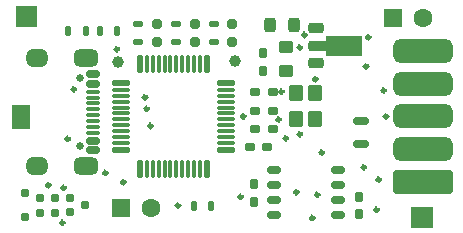
<source format=gts>
%TF.GenerationSoftware,KiCad,Pcbnew,7.0.5*%
%TF.CreationDate,2023-06-19T14:48:01+02:00*%
%TF.ProjectId,candleLightfd-S01,63616e64-6c65-44c6-9967-687466642d53,R01*%
%TF.SameCoordinates,Original*%
%TF.FileFunction,Soldermask,Top*%
%TF.FilePolarity,Negative*%
%FSLAX46Y46*%
G04 Gerber Fmt 4.6, Leading zero omitted, Abs format (unit mm)*
G04 Created by KiCad (PCBNEW 7.0.5) date 2023-06-19 14:48:01*
%MOMM*%
%LPD*%
G01*
G04 APERTURE LIST*
G04 Aperture macros list*
%AMRoundRect*
0 Rectangle with rounded corners*
0 $1 Rounding radius*
0 $2 $3 $4 $5 $6 $7 $8 $9 X,Y pos of 4 corners*
0 Add a 4 corners polygon primitive as box body*
4,1,4,$2,$3,$4,$5,$6,$7,$8,$9,$2,$3,0*
0 Add four circle primitives for the rounded corners*
1,1,$1+$1,$2,$3*
1,1,$1+$1,$4,$5*
1,1,$1+$1,$6,$7*
1,1,$1+$1,$8,$9*
0 Add four rect primitives between the rounded corners*
20,1,$1+$1,$2,$3,$4,$5,0*
20,1,$1+$1,$4,$5,$6,$7,0*
20,1,$1+$1,$6,$7,$8,$9,0*
20,1,$1+$1,$8,$9,$2,$3,0*%
G04 Aperture macros list end*
%ADD10C,0.300000*%
%ADD11C,0.100000*%
%ADD12C,0.787000*%
%ADD13RoundRect,0.125000X0.125000X0.325000X-0.125000X0.325000X-0.125000X-0.325000X0.125000X-0.325000X0*%
%ADD14RoundRect,0.187500X0.212500X0.187500X-0.212500X0.187500X-0.212500X-0.187500X0.212500X-0.187500X0*%
%ADD15RoundRect,0.187500X0.187500X-0.212500X0.187500X0.212500X-0.187500X0.212500X-0.187500X-0.212500X0*%
%ADD16RoundRect,0.125000X-0.125000X-0.325000X0.125000X-0.325000X0.125000X0.325000X-0.125000X0.325000X0*%
%ADD17RoundRect,0.187500X-0.212500X-0.187500X0.212500X-0.187500X0.212500X0.187500X-0.212500X0.187500X0*%
%ADD18RoundRect,0.199390X-0.199390X0.199390X-0.199390X-0.199390X0.199390X-0.199390X0.199390X0.199390X0*%
%ADD19RoundRect,0.250000X0.250000X0.375000X-0.250000X0.375000X-0.250000X-0.375000X0.250000X-0.375000X0*%
%ADD20RoundRect,0.225000X-0.425000X-0.225000X0.425000X-0.225000X0.425000X0.225000X-0.425000X0.225000X0*%
%ADD21RoundRect,0.225000X-0.775000X-0.225000X0.775000X-0.225000X0.775000X0.225000X-0.775000X0.225000X0*%
%ADD22RoundRect,0.225000X-1.337500X-0.641500X1.337500X-0.641500X1.337500X0.641500X-1.337500X0.641500X0*%
%ADD23RoundRect,0.125000X0.625000X0.125000X-0.625000X0.125000X-0.625000X-0.125000X0.625000X-0.125000X0*%
%ADD24RoundRect,0.070000X0.680000X0.070000X-0.680000X0.070000X-0.680000X-0.070000X0.680000X-0.070000X0*%
%ADD25RoundRect,0.125000X-0.125000X0.625000X-0.125000X-0.625000X0.125000X-0.625000X0.125000X0.625000X0*%
%ADD26RoundRect,0.070000X-0.070000X0.680000X-0.070000X-0.680000X0.070000X-0.680000X0.070000X0.680000X0*%
%ADD27RoundRect,0.125000X-0.625000X-0.125000X0.625000X-0.125000X0.625000X0.125000X-0.625000X0.125000X0*%
%ADD28RoundRect,0.070000X-0.680000X-0.070000X0.680000X-0.070000X0.680000X0.070000X-0.680000X0.070000X0*%
%ADD29RoundRect,0.125000X0.125000X-0.625000X0.125000X0.625000X-0.125000X0.625000X-0.125000X-0.625000X0*%
%ADD30RoundRect,0.070000X0.070000X-0.680000X0.070000X0.680000X-0.070000X0.680000X-0.070000X-0.680000X0*%
%ADD31RoundRect,0.499500X-0.550500X0.250500X-0.550500X-0.250500X0.550500X-0.250500X0.550500X0.250500X0*%
%ADD32RoundRect,0.499500X-0.400500X0.250500X-0.400500X-0.250500X0.400500X-0.250500X0.400500X0.250500X0*%
%ADD33C,0.650000*%
%ADD34RoundRect,0.150000X-0.425000X0.150000X-0.425000X-0.150000X0.425000X-0.150000X0.425000X0.150000X0*%
%ADD35RoundRect,0.075000X-0.500000X0.075000X-0.500000X-0.075000X0.500000X-0.075000X0.500000X0.075000X0*%
%ADD36O,2.100000X1.000000*%
%ADD37O,1.800000X1.000000*%
%ADD38RoundRect,0.200000X-2.300000X0.800000X-2.300000X-0.800000X2.300000X-0.800000X2.300000X0.800000X0*%
%ADD39RoundRect,0.500000X-2.000000X0.500000X-2.000000X-0.500000X2.000000X-0.500000X2.000000X0.500000X0*%
%ADD40C,1.000000*%
%ADD41RoundRect,0.115000X-0.460000X0.585000X-0.460000X-0.585000X0.460000X-0.585000X0.460000X0.585000X0*%
%ADD42RoundRect,0.125000X-0.325000X0.125000X-0.325000X-0.125000X0.325000X-0.125000X0.325000X0.125000X0*%
%ADD43RoundRect,0.150000X-0.420000X-0.150000X0.420000X-0.150000X0.420000X0.150000X-0.420000X0.150000X0*%
%ADD44R,1.600000X1.600000*%
%ADD45C,1.600000*%
%ADD46RoundRect,0.250000X0.375000X-0.250000X0.375000X0.250000X-0.375000X0.250000X-0.375000X-0.250000X0*%
%ADD47RoundRect,0.175000X-0.475000X0.175000X-0.475000X-0.175000X0.475000X-0.175000X0.475000X0.175000X0*%
G04 APERTURE END LIST*
D10*
X124050000Y-130250000D02*
G75*
G03*
X124050000Y-130250000I-150000J0D01*
G01*
X125850000Y-131500000D02*
G75*
G03*
X125850000Y-131500000I-150000J0D01*
G01*
X110900500Y-135569301D02*
G75*
G03*
X110900500Y-135569301I-150000J0D01*
G01*
X131250000Y-134300000D02*
G75*
G03*
X131250000Y-134300000I-150000J0D01*
G01*
X132525500Y-135337701D02*
G75*
G03*
X132525500Y-135337701I-150000J0D01*
G01*
X124300000Y-127900000D02*
G75*
G03*
X124300000Y-127900000I-150000J0D01*
G01*
X121067241Y-129992643D02*
G75*
G03*
X121067241Y-129992643I-150000J0D01*
G01*
X112900000Y-129350000D02*
G75*
G03*
X112900000Y-129350000I-150000J0D01*
G01*
X125850000Y-124150000D02*
G75*
G03*
X125850000Y-124150000I-150000J0D01*
G01*
X106700000Y-127700500D02*
G75*
G03*
X106700000Y-127700500I-150000J0D01*
G01*
X113200000Y-130800000D02*
G75*
G03*
X113200000Y-130800000I-150000J0D01*
G01*
X104550000Y-135824500D02*
G75*
G03*
X104550000Y-135824500I-150000J0D01*
G01*
X132350000Y-137900000D02*
G75*
G03*
X132350000Y-137900000I-150000J0D01*
G01*
X132950000Y-127800000D02*
G75*
G03*
X132950000Y-127800000I-150000J0D01*
G01*
X124650000Y-131850000D02*
G75*
G03*
X124650000Y-131850000I-150000J0D01*
G01*
X115550000Y-137550000D02*
G75*
G03*
X115550000Y-137550000I-150000J0D01*
G01*
X120850000Y-136800000D02*
G75*
G03*
X120850000Y-136800000I-150000J0D01*
G01*
X126250000Y-123100000D02*
G75*
G03*
X126250000Y-123100000I-150000J0D01*
G01*
X126900000Y-138600000D02*
G75*
G03*
X126900000Y-138600000I-150000J0D01*
G01*
X127150000Y-126850000D02*
G75*
G03*
X127150000Y-126850000I-150000J0D01*
G01*
X131450000Y-125750000D02*
G75*
G03*
X131450000Y-125750000I-150000J0D01*
G01*
X106200000Y-131900000D02*
G75*
G03*
X106200000Y-131900000I-150000J0D01*
G01*
X112744115Y-128362729D02*
G75*
G03*
X112744115Y-128362729I-150000J0D01*
G01*
X133150500Y-130000000D02*
G75*
G03*
X133150500Y-130000000I-150000J0D01*
G01*
X127705074Y-133055074D02*
G75*
G03*
X127705074Y-133055074I-150000J0D01*
G01*
X125550000Y-136400000D02*
G75*
G03*
X125550000Y-136400000I-150000J0D01*
G01*
X127325500Y-136625500D02*
G75*
G03*
X127325500Y-136625500I-150000J0D01*
G01*
X105750000Y-139000000D02*
G75*
G03*
X105750000Y-139000000I-150000J0D01*
G01*
X110350000Y-124300000D02*
G75*
G03*
X110350000Y-124300000I-150000J0D01*
G01*
X131650000Y-123300000D02*
G75*
G03*
X131650000Y-123300000I-150000J0D01*
G01*
X105866784Y-136040375D02*
G75*
G03*
X105866784Y-136040375I-150000J0D01*
G01*
X109375500Y-134775500D02*
G75*
G03*
X109375500Y-134775500I-150000J0D01*
G01*
%TO.C,NB2*%
D11*
X102800000Y-130950000D02*
X101300000Y-130950000D01*
X101300000Y-129050000D01*
X102800000Y-129050000D01*
X102800000Y-130950000D01*
G36*
X102800000Y-130950000D02*
G01*
X101300000Y-130950000D01*
X101300000Y-129050000D01*
X102800000Y-129050000D01*
X102800000Y-130950000D01*
G37*
%TO.C,NB4*%
X103350000Y-122350000D02*
X101650000Y-122350000D01*
X101650000Y-120650000D01*
X103350000Y-120650000D01*
X103350000Y-122350000D01*
G36*
X103350000Y-122350000D02*
G01*
X101650000Y-122350000D01*
X101650000Y-120650000D01*
X103350000Y-120650000D01*
X103350000Y-122350000D01*
G37*
%TO.C,NB3*%
X136850000Y-139350000D02*
X135150000Y-139350000D01*
X135150000Y-137650000D01*
X136850000Y-137650000D01*
X136850000Y-139350000D01*
G36*
X136850000Y-139350000D02*
G01*
X135150000Y-139350000D01*
X135150000Y-137650000D01*
X136850000Y-137650000D01*
X136850000Y-139350000D01*
G37*
%TD*%
D12*
%TO.C,X3*%
X107540000Y-137500000D03*
X102460000Y-138516000D03*
X102460000Y-136484000D03*
X106270000Y-136865000D03*
X106270000Y-138134000D03*
X105000000Y-136865000D03*
X105000000Y-138135000D03*
X103730000Y-136865000D03*
X103730000Y-138135000D03*
%TD*%
D13*
%TO.C,R2*%
X110250000Y-122800000D03*
X108750000Y-122800000D03*
%TD*%
D14*
%TO.C,C2*%
X123400000Y-127900000D03*
X121900000Y-127900000D03*
%TD*%
D15*
%TO.C,C8*%
X130750000Y-138300000D03*
X130750000Y-136800000D03*
%TD*%
D16*
%TO.C,R1*%
X106100000Y-122800000D03*
X107600000Y-122800000D03*
%TD*%
D17*
%TO.C,C4*%
X121450000Y-132600000D03*
X122950000Y-132600000D03*
%TD*%
D18*
%TO.C,D1*%
X116800000Y-122200700D03*
X116800000Y-123699300D03*
%TD*%
D13*
%TO.C,R6*%
X118200000Y-137550000D03*
X116700000Y-137550000D03*
%TD*%
D19*
%TO.C,C6*%
X125200000Y-122250000D03*
X123200000Y-122250000D03*
%TD*%
D20*
%TO.C,U2*%
X127050000Y-122500000D03*
D21*
X127400000Y-124000000D03*
D22*
X129437500Y-124000000D03*
D20*
X127050000Y-125500000D03*
%TD*%
D14*
%TO.C,C1*%
X123400000Y-129500000D03*
X121900000Y-129500000D03*
%TD*%
D23*
%TO.C,U1*%
X119425000Y-132840000D03*
D24*
X119425000Y-132250000D03*
X119425000Y-131750000D03*
X119425000Y-131250000D03*
X119425000Y-130750000D03*
X119425000Y-130250000D03*
X119425000Y-129750000D03*
X119425000Y-129250000D03*
X119425000Y-128750000D03*
X119425000Y-128250000D03*
X119425000Y-127750000D03*
D23*
X119425000Y-127160000D03*
D25*
X117840000Y-125575000D03*
D26*
X117250000Y-125575000D03*
X116750000Y-125575000D03*
X116250000Y-125575000D03*
X115750000Y-125575000D03*
X115250000Y-125575000D03*
X114750000Y-125575000D03*
X114250000Y-125575000D03*
X113750000Y-125575000D03*
X113250000Y-125575000D03*
X112750000Y-125575000D03*
D25*
X112160000Y-125575000D03*
D27*
X110575000Y-127160000D03*
D28*
X110575000Y-127750000D03*
X110575000Y-128250000D03*
X110575000Y-128750000D03*
X110575000Y-129250000D03*
X110575000Y-129750000D03*
X110575000Y-130250000D03*
X110575000Y-130750000D03*
X110575000Y-131250000D03*
X110575000Y-131750000D03*
X110575000Y-132250000D03*
D27*
X110575000Y-132840000D03*
D29*
X112160000Y-134425000D03*
D30*
X112750000Y-134425000D03*
X113250000Y-134425000D03*
X113750000Y-134425000D03*
X114250000Y-134425000D03*
X114750000Y-134425000D03*
X115250000Y-134425000D03*
X115750000Y-134425000D03*
X116250000Y-134425000D03*
X116750000Y-134425000D03*
X117250000Y-134425000D03*
D29*
X117840000Y-134425000D03*
%TD*%
D17*
%TO.C,C5*%
X121900000Y-131050000D03*
X123400000Y-131050000D03*
%TD*%
D31*
%TO.C,X1*%
X107605000Y-125090000D03*
D32*
X103425000Y-125090000D03*
D33*
X107105000Y-126760000D03*
X107105000Y-132540000D03*
D31*
X107605000Y-134210000D03*
D32*
X103425000Y-134210000D03*
D34*
X108180000Y-126450000D03*
X108180000Y-127250000D03*
D35*
X108180000Y-128400000D03*
X108180000Y-129400000D03*
X108180000Y-129900000D03*
X108180000Y-130900000D03*
D34*
X108180000Y-132850000D03*
X108180000Y-132050000D03*
D35*
X108180000Y-131400000D03*
X108180000Y-130400000D03*
X108180000Y-128900000D03*
X108180000Y-127900000D03*
D36*
X107605000Y-125330000D03*
D37*
X103425000Y-125330000D03*
D36*
X107605000Y-133970000D03*
D37*
X103425000Y-133970000D03*
%TD*%
D38*
%TO.C,X2*%
X136100000Y-135540000D03*
D39*
X136100000Y-132770000D03*
X136100000Y-130000000D03*
X136100000Y-127230000D03*
X136100000Y-124460000D03*
%TD*%
D40*
%TO.C,TP5*%
X110300000Y-125400000D03*
%TD*%
D15*
%TO.C,C3*%
X122550000Y-126150000D03*
X122550000Y-124650000D03*
%TD*%
D41*
%TO.C,Y1*%
X125350000Y-128050000D03*
X125350000Y-130250000D03*
X126950000Y-130250000D03*
X126950000Y-128050000D03*
%TD*%
D42*
%TO.C,R3*%
X115200000Y-122200000D03*
X115200000Y-123700000D03*
%TD*%
D43*
%TO.C,U3*%
X123500000Y-134495000D03*
X123500000Y-135765000D03*
X123500000Y-137035000D03*
X123500000Y-138305000D03*
X128900000Y-138305000D03*
X128900000Y-137035000D03*
X128900000Y-135765000D03*
X128900000Y-134495000D03*
%TD*%
D44*
%TO.C,P2*%
X110580000Y-137750000D03*
D45*
X113120000Y-137750000D03*
%TD*%
D46*
%TO.C,C7*%
X124550000Y-126150000D03*
X124550000Y-124150000D03*
%TD*%
D44*
%TO.C,P1*%
X133600000Y-121650000D03*
D45*
X136140000Y-121650000D03*
%TD*%
D15*
%TO.C,C10*%
X121800000Y-137250000D03*
X121800000Y-135750000D03*
%TD*%
D18*
%TO.C,D2*%
X120000000Y-122200700D03*
X120000000Y-123699300D03*
%TD*%
D42*
%TO.C,R5*%
X112000000Y-122200000D03*
X112000000Y-123700000D03*
%TD*%
D47*
%TO.C,R7*%
X130900000Y-130400000D03*
X130900000Y-132300000D03*
%TD*%
D42*
%TO.C,R4*%
X118400000Y-122200000D03*
X118400000Y-123700000D03*
%TD*%
D40*
%TO.C,TP4*%
X120200000Y-125300000D03*
%TD*%
D18*
%TO.C,D3*%
X113600000Y-122200700D03*
X113600000Y-123699300D03*
%TD*%
M02*

</source>
